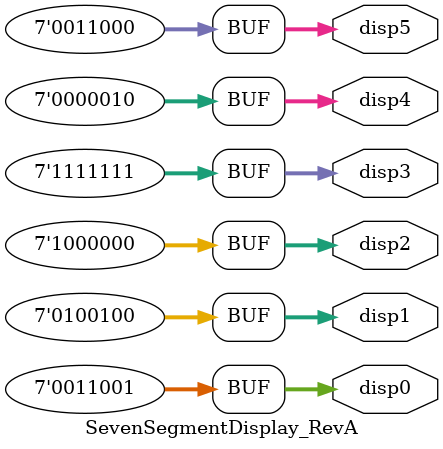
<source format=v>
/*
	MadeBy Ozzy
	Video for this module:
	https://www.youtube.com/watch?v=4JruzgALCm8

	Support:
	Digibyte
	DMgbQqZ9Vr7KrCxd7LrPJE5kWYHZX7DTTW
	Bitcoin
	1P4kBPyFoR6xa4sy2hnHL3oY6sg4PrXn6M
	Litecoin
	Lc98RWgNJpkYxoEPWux7apP2jA3iu2LMWh
	Ethereum
	0xF57a1Fe0E004E4Ac8572e3ba3F4f697823C4e04C

	Contact:
	madebyozzy@gmail.com
*/

module SevenSegmentDisplay_RevA(disp0, disp1, disp2, disp3, disp4, disp5);

output [6:0] disp0;
output [6:0] disp1;
output [6:0] disp2;
output [6:0] disp3;
output [6:0] disp4;
output [6:0] disp5;

assign disp0 = 7'b0011001; // 4
assign disp1 = 7'b0100100; // 2
assign disp2 = 7'b1000000; // 0
assign disp3 = 7'b1111111; // blank
assign disp4 = 7'b0000010; // 6
assign disp5 = 7'b0011000; // 9


endmodule

</source>
